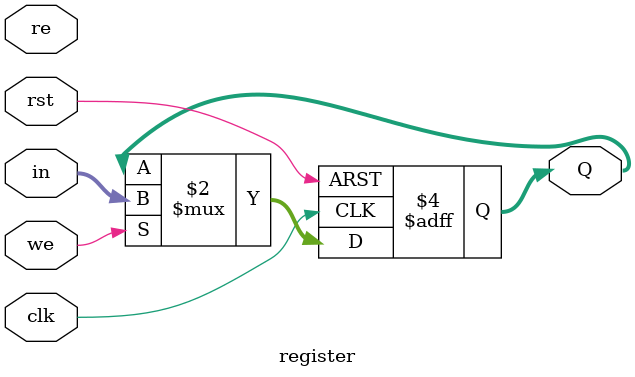
<source format=v>

module register #(
    parameter DATA_WIDTH=8
    )(
    input clk,
    input rst,
    input re,
    input we,
    input [DATA_WIDTH-1:0] in,
    output [7:0] Q
);

    always @(posedge clk or posedge rst) begin
        if (rst) begin
            Q <= {DATA_WIDTH{1'b0}};
        end else if (we) begin
            Q <= in;
        end
    end

endmodule
</source>
